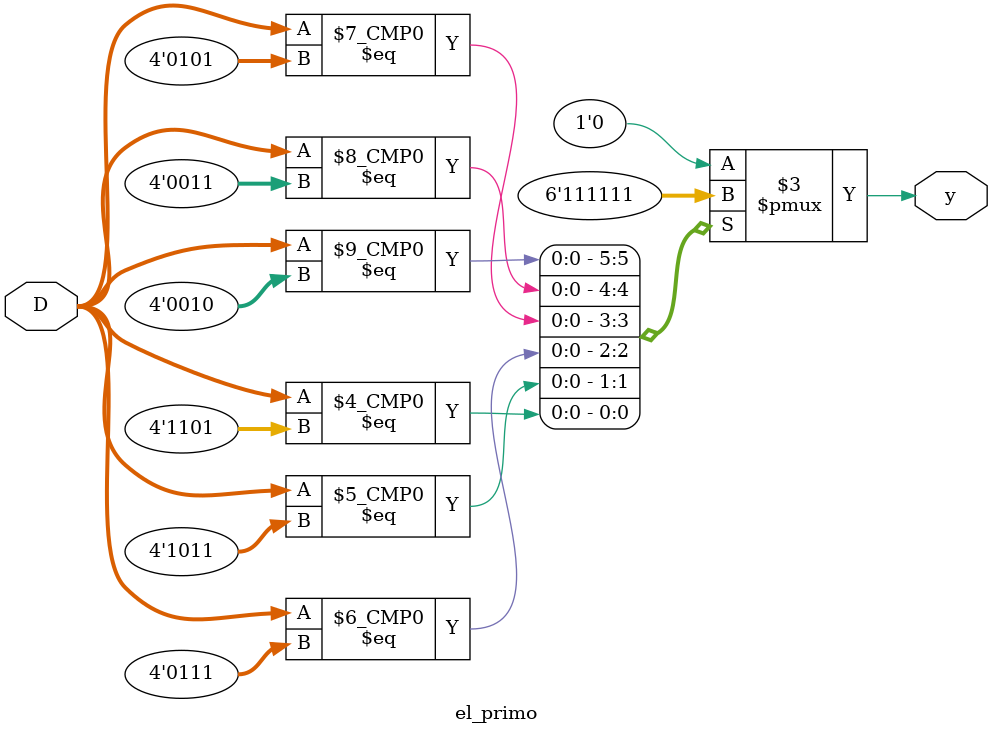
<source format=v>
module el_primo(
   input [3:0] D,
	output reg y);
	
	always@(*)
		begin
		case(D)
		2:y = 1;
		3:y = 1;
		5:y= 1;
		7:y = 1;
		11:y= 1;
		13:y= 1;
		default y = 0;
		endcase
		end
		endmodule
</source>
